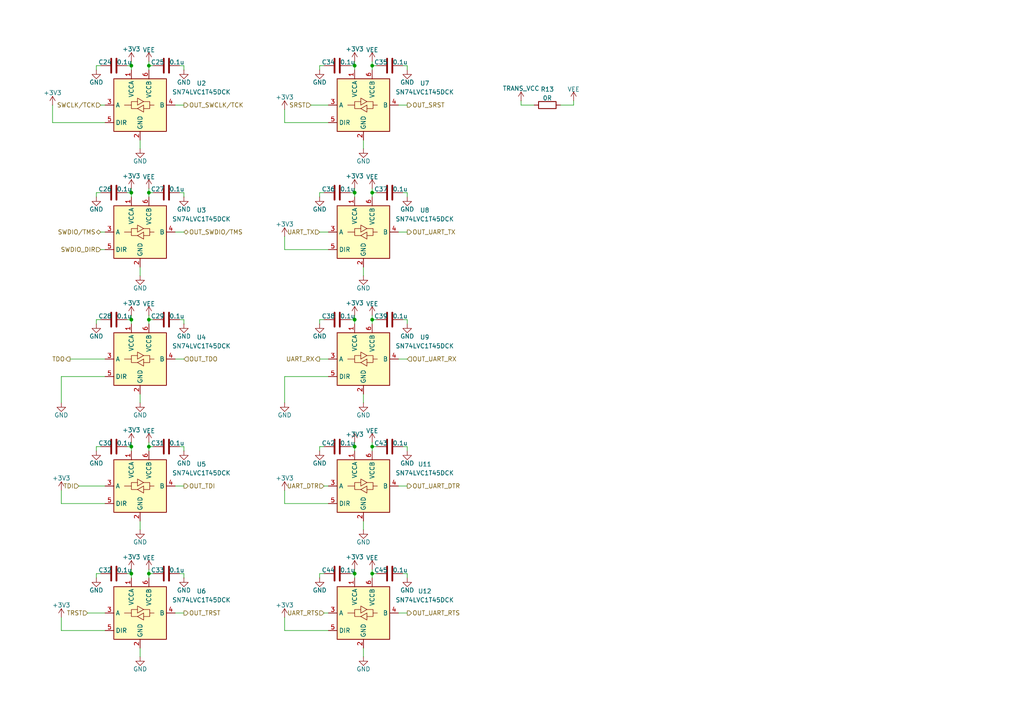
<source format=kicad_sch>
(kicad_sch (version 20231120) (generator "eeschema") (generator_version "8.0")
  (paper "A4")
  (lib_symbols
    (symbol "Device:C" (pin_numbers hide) (pin_names (offset 0.254))
      (property "Reference" "C" (at 0.635 2.54 0))
      (property "Value" "C" (at 0.635 -2.54 0))
      (symbol "C_0_1"
        (polyline (pts (xy -2.032 -0.762) (xy 2.032 -0.762)) (stroke (width 0.508)))
        (polyline (pts (xy -2.032 0.762) (xy 2.032 0.762)) (stroke (width 0.508)))
      )
      (symbol "C_1_1"
        (pin passive line (at 0 3.81 270) (length 2.794) (name "~") (number "1"))
        (pin passive line (at 0 -3.81 90) (length 2.794) (name "~") (number "2"))
      )
    )
    (symbol "Device:R" (pin_numbers hide) (pin_names (offset 0))
      (property "Reference" "R" (at 2.032 0 90))
      (property "Value" "R" (at 0 0 90))
      (symbol "R_0_1"
        (rectangle (start -1.016 -2.54) (end 1.016 2.54) (stroke (width 0.254)))
      )
      (symbol "R_1_1"
        (pin passive line (at 0 3.81 270) (length 1.27) (name "~") (number "1"))
        (pin passive line (at 0 -3.81 90) (length 1.27) (name "~") (number "2"))
      )
    )
    (symbol "Logic_LevelTranslator:SN74LVC1T45DCK"
      (property "Reference" "U" (at -6.35 8.89 0))
      (property "Value" "SN74LVC1T45DCK" (at 3.81 8.89 0))
      (symbol "SN74LVC1T45DCK_0_1"
        (rectangle (start -7.62 7.62) (end 7.62 -7.62) (stroke (width 0.254)) (fill (type background)))
        (polyline (pts (xy -2.54 0) (xy -2.54 1.016) (xy -0.762 1.016)))
        (polyline (pts (xy 2.794 0) (xy 2.794 -1.016) (xy 1.016 -1.016)))
        (polyline (pts (xy -0.762 -1.016) (xy -2.54 -1.016) (xy -2.54 0) (xy -4.572 0)))
        (polyline (pts (xy -0.762 0) (xy -0.762 2.032) (xy 1.016 1.016) (xy -0.762 0)))
        (polyline (pts (xy 1.016 1.016) (xy 2.794 1.016) (xy 2.794 0) (xy 4.064 0)))
        (polyline (pts (xy 1.016 0) (xy 1.016 -1.778) (xy 1.016 -2.032) (xy -0.762 -1.016) (xy 1.016 0)))
      )
      (symbol "SN74LVC1T45DCK_1_1"
        (pin power_in line (at -2.54 10.16 270) (length 2.54) (name "VCCA") (number "1"))
        (pin power_in line (at 0 -10.16 90) (length 2.54) (name "GND") (number "2"))
        (pin bidirectional line (at -10.16 0 0) (length 2.54) (name "A") (number "3"))
        (pin bidirectional line (at 10.16 0 180) (length 2.54) (name "B") (number "4"))
        (pin input line (at -10.16 -5.08 0) (length 2.54) (name "DIR") (number "5"))
        (pin power_in line (at 2.54 10.16 270) (length 2.54) (name "VCCB") (number "6"))
      )
    )
    (symbol "power:+3V3" (power) (pin_numbers hide) (pin_names (offset 0) hide)
      (property "Value" "+3V3" (at 0 3.556 0))
      (symbol "+3V3_0_1"
        (polyline (pts (xy -0.762 1.27) (xy 0 2.54)))
        (polyline (pts (xy 0 0) (xy 0 2.54)))
        (polyline (pts (xy 0 2.54) (xy 0.762 1.27)))
      )
      (symbol "+3V3_1_1"
        (pin power_in line (at 0 0 90) (length 0) (name "~") (number "1"))
      )
    )
    (symbol "power:GND" (power) (pin_numbers hide) (pin_names (offset 0) hide)
      (property "Value" "GND" (at 0 -3.81 0))
      (symbol "GND_0_1"
        (polyline (pts (xy 0 0) (xy 0 -1.27) (xy 1.27 -1.27) (xy 0 -2.54) (xy -1.27 -1.27) (xy 0 -1.27)))
      )
      (symbol "GND_1_1"
        (pin power_in line (at 0 0 270) (length 0) (name "~") (number "1"))
      )
    )
    (symbol "power:VCC" (power) (pin_numbers hide) (pin_names (offset 0) hide)
      (property "Value" "VCC" (at 0 3.556 0))
      (symbol "VCC_0_1"
        (polyline (pts (xy -0.762 1.27) (xy 0 2.54)))
        (polyline (pts (xy 0 0) (xy 0 2.54)))
        (polyline (pts (xy 0 2.54) (xy 0.762 1.27)))
      )
      (symbol "VCC_1_1"
        (pin power_in line (at 0 0 90) (length 0) (name "~") (number "1"))
      )
    )
    (symbol "power:VD" (power) (pin_numbers hide) (pin_names (offset 0) hide)
      (property "Value" "VD" (at 0 3.556 0))
      (symbol "VD_0_1"
        (polyline (pts (xy -0.762 1.27) (xy 0 2.54)))
        (polyline (pts (xy 0 0) (xy 0 2.54)))
        (polyline (pts (xy 0 2.54) (xy 0.762 1.27)))
      )
      (symbol "VD_1_1"
        (pin power_in line (at 0 0 90) (length 0) (name "~") (number "1"))
      )
    )
  )
  (junction (at 102.87 19.05))
  (junction (at 38.1 166.37))
  (junction (at 43.18 19.05))
  (junction (at 107.95 129.54))
  (junction (at 107.95 92.71))
  (junction (at 43.18 92.71))
  (junction (at 102.87 92.71))
  (junction (at 102.87 166.37))
  (junction (at 107.95 166.37))
  (junction (at 38.1 55.88))
  (junction (at 43.18 166.37))
  (junction (at 43.18 129.54))
  (junction (at 107.95 55.88))
  (junction (at 43.18 55.88))
  (junction (at 38.1 92.71))
  (junction (at 107.95 19.05))
  (junction (at 102.87 129.54))
  (junction (at 102.87 55.88))
  (junction (at 38.1 19.05))
  (junction (at 38.1 129.54))
  (wire (pts (xy 29.21 55.88) (xy 27.94 55.88)))
  (wire (pts (xy 118.11 55.88) (xy 118.11 57.15)))
  (wire (pts (xy 107.95 91.44) (xy 107.95 92.71)))
  (wire (pts (xy 43.18 129.54) (xy 43.18 130.81)))
  (wire (pts (xy 116.84 166.37) (xy 118.11 166.37)))
  (wire (pts (xy 107.95 128.27) (xy 107.95 129.54)))
  (wire (pts (xy 102.87 166.37) (xy 102.87 167.64)))
  (wire (pts (xy 82.55 182.88) (xy 95.25 182.88)))
  (wire (pts (xy 92.71 129.54) (xy 92.71 130.81)))
  (wire (pts (xy 43.18 17.78) (xy 43.18 19.05)))
  (wire (pts (xy 43.18 166.37) (xy 43.18 167.64)))
  (wire (pts (xy 52.07 19.05) (xy 53.34 19.05)))
  (wire (pts (xy 115.57 30.48) (xy 118.11 30.48)))
  (wire (pts (xy 107.95 55.88) (xy 109.22 55.88)))
  (wire (pts (xy 27.94 129.54) (xy 27.94 130.81)))
  (wire (pts (xy 82.55 146.05) (xy 95.25 146.05)))
  (wire (pts (xy 53.34 92.71) (xy 53.34 93.98)))
  (wire (pts (xy 102.87 19.05) (xy 102.87 20.32)))
  (wire (pts (xy 82.55 109.22) (xy 95.25 109.22)))
  (wire (pts (xy 43.18 92.71) (xy 43.18 93.98)))
  (wire (pts (xy 101.6 55.88) (xy 102.87 55.88)))
  (wire (pts (xy 115.57 67.31) (xy 118.11 67.31)))
  (wire (pts (xy 105.41 40.64) (xy 105.41 43.18)))
  (wire (pts (xy 17.78 109.22) (xy 17.78 116.84)))
  (wire (pts (xy 27.94 55.88) (xy 27.94 57.15)))
  (wire (pts (xy 53.34 19.05) (xy 53.34 20.32)))
  (wire (pts (xy 82.55 109.22) (xy 82.55 116.84)))
  (wire (pts (xy 43.18 128.27) (xy 43.18 129.54)))
  (wire (pts (xy 116.84 55.88) (xy 118.11 55.88)))
  (wire (pts (xy 107.95 165.1) (xy 107.95 166.37)))
  (wire (pts (xy 93.98 140.97) (xy 95.25 140.97)))
  (wire (pts (xy 101.6 92.71) (xy 102.87 92.71)))
  (wire (pts (xy 38.1 55.88) (xy 38.1 57.15)))
  (wire (pts (xy 52.07 129.54) (xy 53.34 129.54)))
  (wire (pts (xy 43.18 54.61) (xy 43.18 55.88)))
  (wire (pts (xy 38.1 165.1) (xy 38.1 166.37)))
  (wire (pts (xy 36.83 166.37) (xy 38.1 166.37)))
  (wire (pts (xy 17.78 179.07) (xy 17.78 182.88)))
  (wire (pts (xy 115.57 140.97) (xy 118.11 140.97)))
  (wire (pts (xy 102.87 129.54) (xy 102.87 130.81)))
  (wire (pts (xy 43.18 165.1) (xy 43.18 166.37)))
  (wire (pts (xy 93.98 177.8) (xy 95.25 177.8)))
  (wire (pts (xy 27.94 166.37) (xy 27.94 167.64)))
  (wire (pts (xy 93.98 55.88) (xy 92.71 55.88)))
  (wire (pts (xy 50.8 30.48) (xy 53.34 30.48)))
  (wire (pts (xy 102.87 17.78) (xy 102.87 19.05)))
  (wire (pts (xy 36.83 92.71) (xy 38.1 92.71)))
  (wire (pts (xy 118.11 92.71) (xy 118.11 93.98)))
  (wire (pts (xy 102.87 128.27) (xy 102.87 129.54)))
  (wire (pts (xy 102.87 55.88) (xy 102.87 57.15)))
  (wire (pts (xy 166.37 30.48) (xy 162.56 30.48)))
  (wire (pts (xy 38.1 166.37) (xy 38.1 167.64)))
  (wire (pts (xy 50.8 140.97) (xy 53.34 140.97)))
  (wire (pts (xy 38.1 128.27) (xy 38.1 129.54)))
  (wire (pts (xy 43.18 19.05) (xy 44.45 19.05)))
  (wire (pts (xy 118.11 19.05) (xy 118.11 20.32)))
  (wire (pts (xy 38.1 91.44) (xy 38.1 92.71)))
  (wire (pts (xy 107.95 19.05) (xy 109.22 19.05)))
  (wire (pts (xy 101.6 129.54) (xy 102.87 129.54)))
  (wire (pts (xy 115.57 177.8) (xy 118.11 177.8)))
  (wire (pts (xy 116.84 19.05) (xy 118.11 19.05)))
  (wire (pts (xy 105.41 114.3) (xy 105.41 116.84)))
  (wire (pts (xy 107.95 92.71) (xy 107.95 93.98)))
  (wire (pts (xy 116.84 92.71) (xy 118.11 92.71)))
  (wire (pts (xy 52.07 55.88) (xy 53.34 55.88)))
  (wire (pts (xy 52.07 166.37) (xy 53.34 166.37)))
  (wire (pts (xy 17.78 182.88) (xy 30.48 182.88)))
  (wire (pts (xy 36.83 129.54) (xy 38.1 129.54)))
  (wire (pts (xy 92.71 92.71) (xy 92.71 93.98)))
  (wire (pts (xy 82.55 35.56) (xy 95.25 35.56)))
  (wire (pts (xy 93.98 19.05) (xy 92.71 19.05)))
  (wire (pts (xy 36.83 19.05) (xy 38.1 19.05)))
  (wire (pts (xy 43.18 91.44) (xy 43.18 92.71)))
  (wire (pts (xy 40.64 114.3) (xy 40.64 116.84)))
  (wire (pts (xy 82.55 72.39) (xy 95.25 72.39)))
  (wire (pts (xy 27.94 19.05) (xy 27.94 20.32)))
  (wire (pts (xy 107.95 166.37) (xy 107.95 167.64)))
  (wire (pts (xy 38.1 129.54) (xy 38.1 130.81)))
  (wire (pts (xy 17.78 146.05) (xy 30.48 146.05)))
  (wire (pts (xy 151.13 29.21) (xy 151.13 30.48)))
  (wire (pts (xy 38.1 54.61) (xy 38.1 55.88)))
  (wire (pts (xy 107.95 166.37) (xy 109.22 166.37)))
  (wire (pts (xy 43.18 19.05) (xy 43.18 20.32)))
  (wire (pts (xy 93.98 92.71) (xy 92.71 92.71)))
  (wire (pts (xy 107.95 129.54) (xy 107.95 130.81)))
  (wire (pts (xy 82.55 31.75) (xy 82.55 35.56)))
  (wire (pts (xy 118.11 129.54) (xy 118.11 130.81)))
  (wire (pts (xy 15.24 30.48) (xy 15.24 35.56)))
  (wire (pts (xy 92.71 19.05) (xy 92.71 20.32)))
  (wire (pts (xy 53.34 55.88) (xy 53.34 57.15)))
  (wire (pts (xy 82.55 68.58) (xy 82.55 72.39)))
  (wire (pts (xy 40.64 40.64) (xy 40.64 43.18)))
  (wire (pts (xy 82.55 142.24) (xy 82.55 146.05)))
  (wire (pts (xy 102.87 92.71) (xy 102.87 93.98)))
  (wire (pts (xy 15.24 35.56) (xy 30.48 35.56)))
  (wire (pts (xy 22.86 140.97) (xy 30.48 140.97)))
  (wire (pts (xy 50.8 177.8) (xy 53.34 177.8)))
  (wire (pts (xy 43.18 129.54) (xy 44.45 129.54)))
  (wire (pts (xy 20.32 104.14) (xy 30.48 104.14)))
  (wire (pts (xy 29.21 72.39) (xy 30.48 72.39)))
  (wire (pts (xy 29.21 92.71) (xy 27.94 92.71)))
  (wire (pts (xy 38.1 19.05) (xy 38.1 20.32)))
  (wire (pts (xy 82.55 179.07) (xy 82.55 182.88)))
  (wire (pts (xy 53.34 166.37) (xy 53.34 167.64)))
  (wire (pts (xy 107.95 129.54) (xy 109.22 129.54)))
  (wire (pts (xy 102.87 91.44) (xy 102.87 92.71)))
  (wire (pts (xy 101.6 19.05) (xy 102.87 19.05)))
  (wire (pts (xy 25.4 177.8) (xy 30.48 177.8)))
  (wire (pts (xy 40.64 187.96) (xy 40.64 190.5)))
  (wire (pts (xy 102.87 165.1) (xy 102.87 166.37)))
  (wire (pts (xy 115.57 104.14) (xy 118.11 104.14)))
  (wire (pts (xy 102.87 54.61) (xy 102.87 55.88)))
  (wire (pts (xy 107.95 92.71) (xy 109.22 92.71)))
  (wire (pts (xy 93.98 166.37) (xy 92.71 166.37)))
  (wire (pts (xy 43.18 55.88) (xy 43.18 57.15)))
  (wire (pts (xy 107.95 17.78) (xy 107.95 19.05)))
  (wire (pts (xy 92.71 67.31) (xy 95.25 67.31)))
  (wire (pts (xy 50.8 104.14) (xy 53.34 104.14)))
  (wire (pts (xy 43.18 166.37) (xy 44.45 166.37)))
  (wire (pts (xy 93.98 129.54) (xy 92.71 129.54)))
  (wire (pts (xy 92.71 104.14) (xy 95.25 104.14)))
  (wire (pts (xy 27.94 92.71) (xy 27.94 93.98)))
  (wire (pts (xy 17.78 142.24) (xy 17.78 146.05)))
  (wire (pts (xy 52.07 92.71) (xy 53.34 92.71)))
  (wire (pts (xy 107.95 55.88) (xy 107.95 57.15)))
  (wire (pts (xy 105.41 151.13) (xy 105.41 153.67)))
  (wire (pts (xy 50.8 67.31) (xy 53.34 67.31)))
  (wire (pts (xy 92.71 55.88) (xy 92.71 57.15)))
  (wire (pts (xy 29.21 19.05) (xy 27.94 19.05)))
  (wire (pts (xy 36.83 55.88) (xy 38.1 55.88)))
  (wire (pts (xy 105.41 187.96) (xy 105.41 190.5)))
  (wire (pts (xy 166.37 29.21) (xy 166.37 30.48)))
  (wire (pts (xy 43.18 55.88) (xy 44.45 55.88)))
  (wire (pts (xy 17.78 109.22) (xy 30.48 109.22)))
  (wire (pts (xy 116.84 129.54) (xy 118.11 129.54)))
  (wire (pts (xy 40.64 151.13) (xy 40.64 153.67)))
  (wire (pts (xy 53.34 129.54) (xy 53.34 130.81)))
  (wire (pts (xy 105.41 77.47) (xy 105.41 80.01)))
  (wire (pts (xy 101.6 166.37) (xy 102.87 166.37)))
  (wire (pts (xy 29.21 67.31) (xy 30.48 67.31)))
  (wire (pts (xy 90.17 30.48) (xy 95.25 30.48)))
  (wire (pts (xy 154.94 30.48) (xy 151.13 30.48)))
  (wire (pts (xy 38.1 17.78) (xy 38.1 19.05)))
  (wire (pts (xy 118.11 166.37) (xy 118.11 167.64)))
  (wire (pts (xy 29.21 166.37) (xy 27.94 166.37)))
  (wire (pts (xy 38.1 92.71) (xy 38.1 93.98)))
  (wire (pts (xy 107.95 19.05) (xy 107.95 20.32)))
  (wire (pts (xy 29.21 129.54) (xy 27.94 129.54)))
  (wire (pts (xy 107.95 54.61) (xy 107.95 55.88)))
  (wire (pts (xy 40.64 77.47) (xy 40.64 80.01)))
  (wire (pts (xy 29.21 30.48) (xy 30.48 30.48)))
  (wire (pts (xy 43.18 92.71) (xy 44.45 92.71)))
  (wire (pts (xy 92.71 166.37) (xy 92.71 167.64)))
  (hierarchical_label "OUT_SRST" (shape output) (at 118.11 30.48 0))
  (hierarchical_label "OUT_TDO" (shape input) (at 53.34 104.14 0))
  (hierarchical_label "SWCLK{slash}TCK" (shape input) (at 29.21 30.48 180))
  (hierarchical_label "OUT_UART_RX" (shape input) (at 118.11 104.14 0))
  (hierarchical_label "TDO" (shape output) (at 20.32 104.14 180))
  (hierarchical_label "OUT_TDI" (shape output) (at 53.34 140.97 0))
  (hierarchical_label "OUT_UART_RTS" (shape output) (at 118.11 177.8 0))
  (hierarchical_label "OUT_UART_DTR" (shape output) (at 118.11 140.97 0))
  (hierarchical_label "SWDIO{slash}TMS" (shape bidirectional) (at 29.21 67.31 180))
  (hierarchical_label "SRST" (shape input) (at 90.17 30.48 180))
  (hierarchical_label "OUT_TRST" (shape output) (at 53.34 177.8 0))
  (hierarchical_label "TRST" (shape input) (at 25.4 177.8 180))
  (hierarchical_label "UART_TX" (shape input) (at 92.71 67.31 180))
  (hierarchical_label "UART_RTS" (shape input) (at 93.98 177.8 180))
  (hierarchical_label "UART_RX" (shape output) (at 92.71 104.14 180))
  (hierarchical_label "OUT_UART_TX" (shape output) (at 118.11 67.31 0))
  (hierarchical_label "OUT_SWDIO{slash}TMS" (shape bidirectional) (at 53.34 67.31 0))
  (hierarchical_label "SWDIO_DIR" (shape input) (at 29.21 72.39 180))
  (hierarchical_label "OUT_SWCLK{slash}TCK" (shape output) (at 53.34 30.48 0))
  (hierarchical_label "UART_DTR" (shape input) (at 93.98 140.97 180))
  (hierarchical_label "TDI" (shape input) (at 22.86 140.97 180))
  (symbol (lib_id "power:GND") (at 92.71 167.64 0) (unit 1)
    (property "Reference" "#PWR081" (effects (hide yes)))
    (property "Value" "GND" (at 92.71 171.196 0))
    (property "Description" "Power symbol creates a global label with name \"GND\" , ground" (effects (hide yes)))
  )
  (symbol (lib_id "power:VD") (at 43.18 165.1 0) (unit 1)
    (property "Reference" "#PWR044" (effects (hide yes)))
    (property "Value" "VEE" (at 43.18 161.798 0))
    (property "Description" "Power symbol creates a global label with name \"VD\"" (effects (hide yes)))
  )
  (symbol (lib_id "power:GND") (at 27.94 20.32 0) (unit 1)
    (property "Reference" "#PWR022" (effects (hide yes)))
    (property "Value" "GND" (at 27.94 23.876 0))
    (property "Description" "Power symbol creates a global label with name \"GND\" , ground" (effects (hide yes)))
  )
  (symbol (lib_id "power:GND") (at 40.64 190.5 0) (unit 1)
    (property "Reference" "#PWR048" (effects (hide yes)))
    (property "Value" "GND" (at 40.64 194.056 0))
    (property "Description" "Power symbol creates a global label with name \"GND\" , ground" (effects (hide yes)))
  )
  (symbol (lib_id "Device:C") (at 97.79 19.05 90) (unit 1)
    (property "Reference" "C34" (at 95.25 18.034 90))
    (property "Value" "0.1u" (at 100.838 18.034 90))
    (property "Footprint" "Capacitor_SMD:C_0402_1005Metric" (effects (hide yes)))
    (property "Description" "Unpolarized capacitor" (effects (hide yes)))
  )
  (symbol (lib_id "power:GND") (at 27.94 57.15 0) (unit 1)
    (property "Reference" "#PWR028" (effects (hide yes)))
    (property "Value" "GND" (at 27.94 60.706 0))
    (property "Description" "Power symbol creates a global label with name \"GND\" , ground" (effects (hide yes)))
  )
  (symbol (lib_id "power:GND") (at 27.94 93.98 0) (unit 1)
    (property "Reference" "#PWR033" (effects (hide yes)))
    (property "Value" "GND" (at 27.94 97.536 0))
    (property "Description" "Power symbol creates a global label with name \"GND\" , ground" (effects (hide yes)))
  )
  (symbol (lib_id "power:+3V3") (at 102.87 165.1 0) (unit 1)
    (property "Reference" "#PWR079" (effects (hide yes)))
    (property "Value" "+3V3" (at 102.87 161.544 0))
    (property "Description" "Power symbol creates a global label with name \"+3V3\"" (effects (hide yes)))
  )
  (symbol (lib_id "Device:C") (at 33.02 129.54 90) (unit 1)
    (property "Reference" "C30" (at 30.48 128.524 90))
    (property "Value" "0.1u" (at 36.068 128.524 90))
    (property "Footprint" "Capacitor_SMD:C_0402_1005Metric" (effects (hide yes)))
    (property "Description" "Unpolarized capacitor" (effects (hide yes)))
  )
  (symbol (lib_id "Device:C") (at 113.03 92.71 90) (unit 1)
    (property "Reference" "C39" (at 110.49 91.694 90))
    (property "Value" "0.1u" (at 116.078 91.694 90))
    (property "Footprint" "Capacitor_SMD:C_0402_1005Metric" (effects (hide yes)))
    (property "Description" "Unpolarized capacitor" (effects (hide yes)))
  )
  (symbol (lib_id "power:VD") (at 43.18 91.44 0) (unit 1)
    (property "Reference" "#PWR032" (effects (hide yes)))
    (property "Value" "VEE" (at 43.18 88.138 0))
    (property "Description" "Power symbol creates a global label with name \"VD\"" (effects (hide yes)))
  )
  (symbol (lib_id "power:GND") (at 40.64 80.01 0) (unit 1)
    (property "Reference" "#PWR030" (effects (hide yes)))
    (property "Value" "GND" (at 40.64 83.566 0))
    (property "Description" "Power symbol creates a global label with name \"GND\" , ground" (effects (hide yes)))
  )
  (symbol (lib_id "power:VD") (at 107.95 17.78 0) (unit 1)
    (property "Reference" "#PWR050" (effects (hide yes)))
    (property "Value" "VEE" (at 107.95 14.478 0))
    (property "Description" "Power symbol creates a global label with name \"VD\"" (effects (hide yes)))
  )
  (symbol (lib_id "Device:C") (at 33.02 55.88 90) (unit 1)
    (property "Reference" "C26" (at 30.48 54.864 90))
    (property "Value" "0.1u" (at 36.068 54.864 90))
    (property "Footprint" "Capacitor_SMD:C_0402_1005Metric" (effects (hide yes)))
    (property "Description" "Unpolarized capacitor" (effects (hide yes)))
  )
  (symbol (lib_id "power:+3V3") (at 38.1 17.78 0) (unit 1)
    (property "Reference" "#PWR018" (effects (hide yes)))
    (property "Value" "+3V3" (at 38.1 14.224 0))
    (property "Description" "Power symbol creates a global label with name \"+3V3\"" (effects (hide yes)))
  )
  (symbol (lib_id "power:GND") (at 118.11 57.15 0) (unit 1)
    (property "Reference" "#PWR058" (effects (hide yes)))
    (property "Value" "GND" (at 118.11 60.706 0))
    (property "Description" "Power symbol creates a global label with name \"GND\" , ground" (effects (hide yes)))
  )
  (symbol (lib_id "power:GND") (at 40.64 153.67 0) (unit 1)
    (property "Reference" "#PWR042" (effects (hide yes)))
    (property "Value" "GND" (at 40.64 157.226 0))
    (property "Description" "Power symbol creates a global label with name \"GND\" , ground" (effects (hide yes)))
  )
  (symbol (lib_id "power:VD") (at 43.18 17.78 0) (unit 1)
    (property "Reference" "#PWR019" (effects (hide yes)))
    (property "Value" "VEE" (at 43.18 14.478 0))
    (property "Description" "Power symbol creates a global label with name \"VD\"" (effects (hide yes)))
  )
  (symbol (lib_id "Device:C") (at 33.02 19.05 90) (unit 1)
    (property "Reference" "C24" (at 30.48 18.034 90))
    (property "Value" "0.1u" (at 36.068 18.034 90))
    (property "Footprint" "Capacitor_SMD:C_0402_1005Metric" (effects (hide yes)))
    (property "Description" "Unpolarized capacitor" (effects (hide yes)))
  )
  (symbol (lib_id "power:GND") (at 53.34 167.64 0) (unit 1)
    (property "Reference" "#PWR046" (effects (hide yes)))
    (property "Value" "GND" (at 53.34 171.196 0))
    (property "Description" "Power symbol creates a global label with name \"GND\" , ground" (effects (hide yes)))
  )
  (symbol (lib_id "power:VD") (at 107.95 54.61 0) (unit 1)
    (property "Reference" "#PWR056" (effects (hide yes)))
    (property "Value" "VEE" (at 107.95 51.308 0))
    (property "Description" "Power symbol creates a global label with name \"VD\"" (effects (hide yes)))
  )
  (symbol (lib_id "power:GND") (at 40.64 43.18 0) (unit 1)
    (property "Reference" "#PWR025" (effects (hide yes)))
    (property "Value" "GND" (at 40.64 46.736 0))
    (property "Description" "Power symbol creates a global label with name \"GND\" , ground" (effects (hide yes)))
  )
  (symbol (lib_id "Device:C") (at 48.26 55.88 90) (unit 1)
    (property "Reference" "C27" (at 45.72 54.864 90))
    (property "Value" "0.1u" (at 51.308 54.864 90))
    (property "Footprint" "Capacitor_SMD:C_0402_1005Metric" (effects (hide yes)))
    (property "Description" "Unpolarized capacitor" (effects (hide yes)))
  )
  (symbol (lib_id "power:VD") (at 107.95 165.1 0) (unit 1)
    (property "Reference" "#PWR080" (effects (hide yes)))
    (property "Value" "VEE" (at 107.95 161.798 0))
    (property "Description" "Power symbol creates a global label with name \"VD\"" (effects (hide yes)))
  )
  (symbol (lib_id "power:GND") (at 53.34 20.32 0) (unit 1)
    (property "Reference" "#PWR023" (effects (hide yes)))
    (property "Value" "GND" (at 53.34 23.876 0))
    (property "Description" "Power symbol creates a global label with name \"GND\" , ground" (effects (hide yes)))
  )
  (symbol (lib_id "Logic_LevelTranslator:SN74LVC1T45DCK") (at 105.41 67.31 0) (unit 1)
    (property "Reference" "U8" (at 123.19 60.9914 0))
    (property "Value" "SN74LVC1T45DCK" (at 123.19 63.5314 0))
    (property "Footprint" "Package_TO_SOT_SMD:SOT-363_SC-70-6" (effects (hide yes)))
    (property "Datasheet" "http://www.ti.com/lit/ds/symlink/sn74lvc1t45.pdf" (effects (hide yes)))
    (property "Description" "Single-Bit Dual-Supply Bus Transceiver With Configurable Voltage Translation and 3-State Outputs, SOT-363" (effects (hide yes)))
  )
  (symbol (lib_id "power:+3V3") (at 102.87 128.27 0) (unit 1)
    (property "Reference" "#PWR073" (effects (hide yes)))
    (property "Value" "+3V3" (at 102.87 125.984 0))
    (property "Description" "Power symbol creates a global label with name \"+3V3\"" (effects (hide yes)))
  )
  (symbol (lib_id "power:GND") (at 27.94 130.81 0) (unit 1)
    (property "Reference" "#PWR039" (effects (hide yes)))
    (property "Value" "GND" (at 27.94 134.366 0))
    (property "Description" "Power symbol creates a global label with name \"GND\" , ground" (effects (hide yes)))
  )
  (symbol (lib_id "Device:C") (at 48.26 92.71 90) (unit 1)
    (property "Reference" "C29" (at 45.72 91.694 90))
    (property "Value" "0.1u" (at 51.308 91.694 90))
    (property "Footprint" "Capacitor_SMD:C_0402_1005Metric" (effects (hide yes)))
    (property "Description" "Unpolarized capacitor" (effects (hide yes)))
  )
  (symbol (lib_id "power:+3V3") (at 15.24 30.48 0) (unit 1)
    (property "Reference" "#PWR024" (effects (hide yes)))
    (property "Value" "+3V3" (at 15.24 26.924 0))
    (property "Description" "Power symbol creates a global label with name \"+3V3\"" (effects (hide yes)))
  )
  (symbol (lib_id "power:GND") (at 92.71 130.81 0) (unit 1)
    (property "Reference" "#PWR075" (effects (hide yes)))
    (property "Value" "GND" (at 92.71 134.366 0))
    (property "Description" "Power symbol creates a global label with name \"GND\" , ground" (effects (hide yes)))
  )
  (symbol (lib_id "power:GND") (at 118.11 130.81 0) (unit 1)
    (property "Reference" "#PWR076" (effects (hide yes)))
    (property "Value" "GND" (at 118.11 134.366 0))
    (property "Description" "Power symbol creates a global label with name \"GND\" , ground" (effects (hide yes)))
  )
  (symbol (lib_id "power:GND") (at 82.55 116.84 0) (unit 1)
    (property "Reference" "#PWR071" (effects (hide yes)))
    (property "Value" "GND" (at 82.55 120.396 0))
    (property "Description" "Power symbol creates a global label with name \"GND\" , ground" (effects (hide yes)))
  )
  (symbol (lib_id "power:GND") (at 92.71 20.32 0) (unit 1)
    (property "Reference" "#PWR051" (effects (hide yes)))
    (property "Value" "GND" (at 92.71 23.876 0))
    (property "Description" "Power symbol creates a global label with name \"GND\" , ground" (effects (hide yes)))
  )
  (symbol (lib_id "Logic_LevelTranslator:SN74LVC1T45DCK") (at 40.64 104.14 0) (unit 1)
    (property "Reference" "U4" (at 58.42 97.8214 0))
    (property "Value" "SN74LVC1T45DCK" (at 58.42 100.3614 0))
    (property "Footprint" "Package_TO_SOT_SMD:SOT-363_SC-70-6" (effects (hide yes)))
    (property "Datasheet" "http://www.ti.com/lit/ds/symlink/sn74lvc1t45.pdf" (effects (hide yes)))
    (property "Description" "Single-Bit Dual-Supply Bus Transceiver With Configurable Voltage Translation and 3-State Outputs, SOT-363" (effects (hide yes)))
  )
  (symbol (lib_id "Logic_LevelTranslator:SN74LVC1T45DCK") (at 40.64 140.97 0) (unit 1)
    (property "Reference" "U5" (at 58.42 134.6514 0))
    (property "Value" "SN74LVC1T45DCK" (at 58.42 137.1914 0))
    (property "Footprint" "Package_TO_SOT_SMD:SOT-363_SC-70-6" (effects (hide yes)))
    (property "Datasheet" "http://www.ti.com/lit/ds/symlink/sn74lvc1t45.pdf" (effects (hide yes)))
    (property "Description" "Single-Bit Dual-Supply Bus Transceiver With Configurable Voltage Translation and 3-State Outputs, SOT-363" (effects (hide yes)))
  )
  (symbol (lib_id "Device:C") (at 33.02 92.71 90) (unit 1)
    (property "Reference" "C28" (at 30.48 91.694 90))
    (property "Value" "0.1u" (at 36.068 91.694 90))
    (property "Footprint" "Capacitor_SMD:C_0402_1005Metric" (effects (hide yes)))
    (property "Description" "Unpolarized capacitor" (effects (hide yes)))
  )
  (symbol (lib_id "Logic_LevelTranslator:SN74LVC1T45DCK") (at 105.41 140.97 0) (unit 1)
    (property "Reference" "U11" (at 123.19 134.6514 0))
    (property "Value" "SN74LVC1T45DCK" (at 123.19 137.1914 0))
    (property "Footprint" "Package_TO_SOT_SMD:SOT-363_SC-70-6" (effects (hide yes)))
    (property "Datasheet" "http://www.ti.com/lit/ds/symlink/sn74lvc1t45.pdf" (effects (hide yes)))
    (property "Description" "Single-Bit Dual-Supply Bus Transceiver With Configurable Voltage Translation and 3-State Outputs, SOT-363" (effects (hide yes)))
  )
  (symbol (lib_id "Logic_LevelTranslator:SN74LVC1T45DCK") (at 105.41 30.48 0) (unit 1)
    (property "Reference" "U7" (at 123.19 24.1614 0))
    (property "Value" "SN74LVC1T45DCK" (at 123.19 26.7014 0))
    (property "Footprint" "Package_TO_SOT_SMD:SOT-363_SC-70-6" (effects (hide yes)))
    (property "Datasheet" "http://www.ti.com/lit/ds/symlink/sn74lvc1t45.pdf" (effects (hide yes)))
    (property "Description" "Single-Bit Dual-Supply Bus Transceiver With Configurable Voltage Translation and 3-State Outputs, SOT-363" (effects (hide yes)))
  )
  (symbol (lib_id "power:VD") (at 107.95 128.27 0) (unit 1)
    (property "Reference" "#PWR074" (effects (hide yes)))
    (property "Value" "VEE" (at 107.95 124.968 0))
    (property "Description" "Power symbol creates a global label with name \"VD\"" (effects (hide yes)))
  )
  (symbol (lib_id "power:VD") (at 107.95 91.44 0) (unit 1)
    (property "Reference" "#PWR062" (effects (hide yes)))
    (property "Value" "VEE" (at 107.95 88.138 0))
    (property "Description" "Power symbol creates a global label with name \"VD\"" (effects (hide yes)))
  )
  (symbol (lib_id "power:+3V3") (at 102.87 54.61 0) (unit 1)
    (property "Reference" "#PWR055" (effects (hide yes)))
    (property "Value" "+3V3" (at 102.87 51.054 0))
    (property "Description" "Power symbol creates a global label with name \"+3V3\"" (effects (hide yes)))
  )
  (symbol (lib_id "power:+3V3") (at 102.87 17.78 0) (unit 1)
    (property "Reference" "#PWR049" (effects (hide yes)))
    (property "Value" "+3V3" (at 102.87 14.224 0))
    (property "Description" "Power symbol creates a global label with name \"+3V3\"" (effects (hide yes)))
  )
  (symbol (lib_id "Device:C") (at 97.79 129.54 90) (unit 1)
    (property "Reference" "C42" (at 95.25 128.524 90))
    (property "Value" "0.1u" (at 100.838 128.524 90))
    (property "Footprint" "Capacitor_SMD:C_0402_1005Metric" (effects (hide yes)))
    (property "Description" "Unpolarized capacitor" (effects (hide yes)))
  )
  (symbol (lib_id "power:GND") (at 105.41 153.67 0) (unit 1)
    (property "Reference" "#PWR078" (effects (hide yes)))
    (property "Value" "GND" (at 105.41 157.226 0))
    (property "Description" "Power symbol creates a global label with name \"GND\" , ground" (effects (hide yes)))
  )
  (symbol (lib_id "power:GND") (at 40.64 116.84 0) (unit 1)
    (property "Reference" "#PWR036" (effects (hide yes)))
    (property "Value" "GND" (at 40.64 120.396 0))
    (property "Description" "Power symbol creates a global label with name \"GND\" , ground" (effects (hide yes)))
  )
  (symbol (lib_id "Logic_LevelTranslator:SN74LVC1T45DCK") (at 40.64 177.8 0) (unit 1)
    (property "Reference" "U6" (at 58.42 171.4814 0))
    (property "Value" "SN74LVC1T45DCK" (at 58.42 174.0214 0))
    (property "Footprint" "Package_TO_SOT_SMD:SOT-363_SC-70-6" (effects (hide yes)))
    (property "Datasheet" "http://www.ti.com/lit/ds/symlink/sn74lvc1t45.pdf" (effects (hide yes)))
    (property "Description" "Single-Bit Dual-Supply Bus Transceiver With Configurable Voltage Translation and 3-State Outputs, SOT-363" (effects (hide yes)))
  )
  (symbol (lib_id "power:GND") (at 105.41 116.84 0) (unit 1)
    (property "Reference" "#PWR072" (effects (hide yes)))
    (property "Value" "GND" (at 105.41 120.396 0))
    (property "Description" "Power symbol creates a global label with name \"GND\" , ground" (effects (hide yes)))
  )
  (symbol (lib_id "power:GND") (at 118.11 20.32 0) (unit 1)
    (property "Reference" "#PWR052" (effects (hide yes)))
    (property "Value" "GND" (at 118.11 23.876 0))
    (property "Description" "Power symbol creates a global label with name \"GND\" , ground" (effects (hide yes)))
  )
  (symbol (lib_id "power:+3V3") (at 82.55 142.24 0) (unit 1)
    (property "Reference" "#PWR077" (effects (hide yes)))
    (property "Value" "+3V3" (at 82.55 138.684 0))
    (property "Description" "Power symbol creates a global label with name \"+3V3\"" (effects (hide yes)))
  )
  (symbol (lib_id "Device:C") (at 48.26 19.05 90) (unit 1)
    (property "Reference" "C25" (at 45.72 18.034 90))
    (property "Value" "0.1u" (at 51.308 18.034 90))
    (property "Footprint" "Capacitor_SMD:C_0402_1005Metric" (effects (hide yes)))
    (property "Description" "Unpolarized capacitor" (effects (hide yes)))
  )
  (symbol (lib_id "power:+3V3") (at 82.55 68.58 0) (unit 1)
    (property "Reference" "#PWR059" (effects (hide yes)))
    (property "Value" "+3V3" (at 82.55 65.024 0))
    (property "Description" "Power symbol creates a global label with name \"+3V3\"" (effects (hide yes)))
  )
  (symbol (lib_id "power:VD") (at 43.18 128.27 0) (unit 1)
    (property "Reference" "#PWR038" (effects (hide yes)))
    (property "Value" "VEE" (at 43.18 124.968 0))
    (property "Description" "Power symbol creates a global label with name \"VD\"" (effects (hide yes)))
  )
  (symbol (lib_id "Device:C") (at 113.03 166.37 90) (unit 1)
    (property "Reference" "C45" (at 110.49 165.354 90))
    (property "Value" "0.1u" (at 116.078 165.354 90))
    (property "Footprint" "Capacitor_SMD:C_0402_1005Metric" (effects (hide yes)))
    (property "Description" "Unpolarized capacitor" (effects (hide yes)))
  )
  (symbol (lib_id "power:GND") (at 105.41 80.01 0) (unit 1)
    (property "Reference" "#PWR060" (effects (hide yes)))
    (property "Value" "GND" (at 105.41 83.566 0))
    (property "Description" "Power symbol creates a global label with name \"GND\" , ground" (effects (hide yes)))
  )
  (symbol (lib_id "Logic_LevelTranslator:SN74LVC1T45DCK") (at 105.41 104.14 0) (unit 1)
    (property "Reference" "U9" (at 123.19 97.8214 0))
    (property "Value" "SN74LVC1T45DCK" (at 123.19 100.3614 0))
    (property "Footprint" "Package_TO_SOT_SMD:SOT-363_SC-70-6" (effects (hide yes)))
    (property "Datasheet" "http://www.ti.com/lit/ds/symlink/sn74lvc1t45.pdf" (effects (hide yes)))
    (property "Description" "Single-Bit Dual-Supply Bus Transceiver With Configurable Voltage Translation and 3-State Outputs, SOT-363" (effects (hide yes)))
  )
  (symbol (lib_id "Device:C") (at 113.03 19.05 90) (unit 1)
    (property "Reference" "C35" (at 110.49 18.034 90))
    (property "Value" "0.1u" (at 116.078 18.034 90))
    (property "Footprint" "Capacitor_SMD:C_0402_1005Metric" (effects (hide yes)))
    (property "Description" "Unpolarized capacitor" (effects (hide yes)))
  )
  (symbol (lib_id "power:GND") (at 118.11 93.98 0) (unit 1)
    (property "Reference" "#PWR064" (effects (hide yes)))
    (property "Value" "GND" (at 118.11 97.536 0))
    (property "Description" "Power symbol creates a global label with name \"GND\" , ground" (effects (hide yes)))
  )
  (symbol (lib_id "power:GND") (at 105.41 190.5 0) (unit 1)
    (property "Reference" "#PWR097" (effects (hide yes)))
    (property "Value" "GND" (at 105.41 194.056 0))
    (property "Description" "Power symbol creates a global label with name \"GND\" , ground" (effects (hide yes)))
  )
  (symbol (lib_id "power:+3V3") (at 38.1 128.27 0) (unit 1)
    (property "Reference" "#PWR037" (effects (hide yes)))
    (property "Value" "+3V3" (at 38.1 124.714 0))
    (property "Description" "Power symbol creates a global label with name \"+3V3\"" (effects (hide yes)))
  )
  (symbol (lib_id "power:GND") (at 53.34 57.15 0) (unit 1)
    (property "Reference" "#PWR029" (effects (hide yes)))
    (property "Value" "GND" (at 53.34 60.706 0))
    (property "Description" "Power symbol creates a global label with name \"GND\" , ground" (effects (hide yes)))
  )
  (symbol (lib_id "power:+3V3") (at 82.55 31.75 0) (unit 1)
    (property "Reference" "#PWR053" (effects (hide yes)))
    (property "Value" "+3V3" (at 82.55 28.194 0))
    (property "Description" "Power symbol creates a global label with name \"+3V3\"" (effects (hide yes)))
  )
  (symbol (lib_id "Device:C") (at 97.79 166.37 90) (unit 1)
    (property "Reference" "C44" (at 95.25 165.354 90))
    (property "Value" "0.1u" (at 100.838 165.354 90))
    (property "Footprint" "Capacitor_SMD:C_0402_1005Metric" (effects (hide yes)))
    (property "Description" "Unpolarized capacitor" (effects (hide yes)))
  )
  (symbol (lib_id "Device:C") (at 97.79 92.71 90) (unit 1)
    (property "Reference" "C38" (at 95.25 91.694 90))
    (property "Value" "0.1u" (at 100.838 91.694 90))
    (property "Footprint" "Capacitor_SMD:C_0402_1005Metric" (effects (hide yes)))
    (property "Description" "Unpolarized capacitor" (effects (hide yes)))
  )
  (symbol (lib_id "power:GND") (at 92.71 93.98 0) (unit 1)
    (property "Reference" "#PWR063" (effects (hide yes)))
    (property "Value" "GND" (at 92.71 97.536 0))
    (property "Description" "Power symbol creates a global label with name \"GND\" , ground" (effects (hide yes)))
  )
  (symbol (lib_id "Logic_LevelTranslator:SN74LVC1T45DCK") (at 40.64 67.31 0) (unit 1)
    (property "Reference" "U3" (at 58.42 60.9914 0))
    (property "Value" "SN74LVC1T45DCK" (at 58.42 63.5314 0))
    (property "Footprint" "Package_TO_SOT_SMD:SOT-363_SC-70-6" (effects (hide yes)))
    (property "Datasheet" "http://www.ti.com/lit/ds/symlink/sn74lvc1t45.pdf" (effects (hide yes)))
    (property "Description" "Single-Bit Dual-Supply Bus Transceiver With Configurable Voltage Translation and 3-State Outputs, SOT-363" (effects (hide yes)))
  )
  (symbol (lib_id "power:GND") (at 92.71 57.15 0) (unit 1)
    (property "Reference" "#PWR057" (effects (hide yes)))
    (property "Value" "GND" (at 92.71 60.706 0))
    (property "Description" "Power symbol creates a global label with name \"GND\" , ground" (effects (hide yes)))
  )
  (symbol (lib_id "Device:C") (at 113.03 129.54 90) (unit 1)
    (property "Reference" "C43" (at 110.49 128.524 90))
    (property "Value" "0.1u" (at 116.078 128.524 90))
    (property "Footprint" "Capacitor_SMD:C_0402_1005Metric" (effects (hide yes)))
    (property "Description" "Unpolarized capacitor" (effects (hide yes)))
  )
  (symbol (lib_id "power:VCC") (at 151.13 29.21 0) (unit 1)
    (property "Reference" "#PWR020" (effects (hide yes)))
    (property "Value" "TRANS_VCC" (at 151.13 25.654 0))
    (property "Description" "Power symbol creates a global label with name \"VCC\"" (effects (hide yes)))
  )
  (symbol (lib_id "Device:C") (at 48.26 129.54 90) (unit 1)
    (property "Reference" "C31" (at 45.72 128.524 90))
    (property "Value" "0.1u" (at 51.308 128.524 90))
    (property "Footprint" "Capacitor_SMD:C_0402_1005Metric" (effects (hide yes)))
    (property "Description" "Unpolarized capacitor" (effects (hide yes)))
  )
  (symbol (lib_id "power:GND") (at 105.41 43.18 0) (unit 1)
    (property "Reference" "#PWR054" (effects (hide yes)))
    (property "Value" "GND" (at 105.41 46.736 0))
    (property "Description" "Power symbol creates a global label with name \"GND\" , ground" (effects (hide yes)))
  )
  (symbol (lib_id "power:GND") (at 53.34 93.98 0) (unit 1)
    (property "Reference" "#PWR034" (effects (hide yes)))
    (property "Value" "GND" (at 53.34 97.536 0))
    (property "Description" "Power symbol creates a global label with name \"GND\" , ground" (effects (hide yes)))
  )
  (symbol (lib_id "power:+3V3") (at 102.87 91.44 0) (unit 1)
    (property "Reference" "#PWR061" (effects (hide yes)))
    (property "Value" "+3V3" (at 102.87 87.884 0))
    (property "Description" "Power symbol creates a global label with name \"+3V3\"" (effects (hide yes)))
  )
  (symbol (lib_id "power:GND") (at 27.94 167.64 0) (unit 1)
    (property "Reference" "#PWR045" (effects (hide yes)))
    (property "Value" "GND" (at 27.94 171.196 0))
    (property "Description" "Power symbol creates a global label with name \"GND\" , ground" (effects (hide yes)))
  )
  (symbol (lib_id "Device:C") (at 113.03 55.88 90) (unit 1)
    (property "Reference" "C37" (at 110.49 54.864 90))
    (property "Value" "0.1u" (at 116.078 54.864 90))
    (property "Footprint" "Capacitor_SMD:C_0402_1005Metric" (effects (hide yes)))
    (property "Description" "Unpolarized capacitor" (effects (hide yes)))
  )
  (symbol (lib_id "Device:C") (at 97.79 55.88 90) (unit 1)
    (property "Reference" "C36" (at 95.25 54.864 90))
    (property "Value" "0.1u" (at 100.838 54.864 90))
    (property "Footprint" "Capacitor_SMD:C_0402_1005Metric" (effects (hide yes)))
    (property "Description" "Unpolarized capacitor" (effects (hide yes)))
  )
  (symbol (lib_id "power:GND") (at 17.78 116.84 0) (unit 1)
    (property "Reference" "#PWR035" (effects (hide yes)))
    (property "Value" "GND" (at 17.78 120.396 0))
    (property "Description" "Power symbol creates a global label with name \"GND\" , ground" (effects (hide yes)))
  )
  (symbol (lib_id "power:GND") (at 53.34 130.81 0) (unit 1)
    (property "Reference" "#PWR040" (effects (hide yes)))
    (property "Value" "GND" (at 53.34 134.366 0))
    (property "Description" "Power symbol creates a global label with name \"GND\" , ground" (effects (hide yes)))
  )
  (symbol (lib_id "Device:C") (at 33.02 166.37 90) (unit 1)
    (property "Reference" "C32" (at 30.48 165.354 90))
    (property "Value" "0.1u" (at 36.068 165.354 90))
    (property "Footprint" "Capacitor_SMD:C_0402_1005Metric" (effects (hide yes)))
    (property "Description" "Unpolarized capacitor" (effects (hide yes)))
  )
  (symbol (lib_id "Device:R") (at 158.75 30.48 90) (unit 1)
    (property "Reference" "R13" (at 158.75 25.908 90))
    (property "Value" "0R" (at 158.75 28.448 90))
    (property "Footprint" "Resistor_SMD:R_0603_1608Metric" (effects (hide yes)))
    (property "Description" "Resistor" (effects (hide yes)))
  )
  (symbol (lib_id "power:+3V3") (at 17.78 179.07 0) (unit 1)
    (property "Reference" "#PWR047" (effects (hide yes)))
    (property "Value" "+3V3" (at 17.78 175.514 0))
    (property "Description" "Power symbol creates a global label with name \"+3V3\"" (effects (hide yes)))
  )
  (symbol (lib_id "power:VD") (at 43.18 54.61 0) (unit 1)
    (property "Reference" "#PWR027" (effects (hide yes)))
    (property "Value" "VEE" (at 43.18 51.308 0))
    (property "Description" "Power symbol creates a global label with name \"VD\"" (effects (hide yes)))
  )
  (symbol (lib_id "power:+3V3") (at 38.1 54.61 0) (unit 1)
    (property "Reference" "#PWR026" (effects (hide yes)))
    (property "Value" "+3V3" (at 38.1 51.054 0))
    (property "Description" "Power symbol creates a global label with name \"+3V3\"" (effects (hide yes)))
  )
  (symbol (lib_id "power:+3V3") (at 17.78 142.24 0) (unit 1)
    (property "Reference" "#PWR041" (effects (hide yes)))
    (property "Value" "+3V3" (at 17.78 138.684 0))
    (property "Description" "Power symbol creates a global label with name \"+3V3\"" (effects (hide yes)))
  )
  (symbol (lib_id "power:GND") (at 118.11 167.64 0) (unit 1)
    (property "Reference" "#PWR082" (effects (hide yes)))
    (property "Value" "GND" (at 118.11 171.196 0))
    (property "Description" "Power symbol creates a global label with name \"GND\" , ground" (effects (hide yes)))
  )
  (symbol (lib_id "power:+3V3") (at 38.1 91.44 0) (unit 1)
    (property "Reference" "#PWR031" (effects (hide yes)))
    (property "Value" "+3V3" (at 38.1 87.884 0))
    (property "Description" "Power symbol creates a global label with name \"+3V3\"" (effects (hide yes)))
  )
  (symbol (lib_id "power:VD") (at 166.37 29.21 0) (unit 1)
    (property "Reference" "#PWR021" (effects (hide yes)))
    (property "Value" "VEE" (at 166.37 25.908 0))
    (property "Description" "Power symbol creates a global label with name \"VD\"" (effects (hide yes)))
  )
  (symbol (lib_id "power:+3V3") (at 38.1 165.1 0) (unit 1)
    (property "Reference" "#PWR043" (effects (hide yes)))
    (property "Value" "+3V3" (at 38.1 161.544 0))
    (property "Description" "Power symbol creates a global label with name \"+3V3\"" (effects (hide yes)))
  )
  (symbol (lib_id "Logic_LevelTranslator:SN74LVC1T45DCK") (at 40.64 30.48 0) (unit 1)
    (property "Reference" "U2" (at 58.42 24.1614 0))
    (property "Value" "SN74LVC1T45DCK" (at 58.42 26.7014 0))
    (property "Footprint" "Package_TO_SOT_SMD:SOT-363_SC-70-6" (effects (hide yes)))
    (property "Datasheet" "http://www.ti.com/lit/ds/symlink/sn74lvc1t45.pdf" (effects (hide yes)))
    (property "Description" "Single-Bit Dual-Supply Bus Transceiver With Configurable Voltage Translation and 3-State Outputs, SOT-363" (effects (hide yes)))
  )
  (symbol (lib_id "Device:C") (at 48.26 166.37 90) (unit 1)
    (property "Reference" "C33" (at 45.72 165.354 90))
    (property "Value" "0.1u" (at 51.308 165.354 90))
    (property "Footprint" "Capacitor_SMD:C_0402_1005Metric" (effects (hide yes)))
    (property "Description" "Unpolarized capacitor" (effects (hide yes)))
  )
  (symbol (lib_id "Logic_LevelTranslator:SN74LVC1T45DCK") (at 105.41 177.8 0) (unit 1)
    (property "Reference" "U12" (at 123.19 171.4814 0))
    (property "Value" "SN74LVC1T45DCK" (at 123.19 174.0214 0))
    (property "Footprint" "Package_TO_SOT_SMD:SOT-363_SC-70-6" (effects (hide yes)))
    (property "Datasheet" "http://www.ti.com/lit/ds/symlink/sn74lvc1t45.pdf" (effects (hide yes)))
    (property "Description" "Single-Bit Dual-Supply Bus Transceiver With Configurable Voltage Translation and 3-State Outputs, SOT-363" (effects (hide yes)))
  )
  (symbol (lib_id "power:+3V3") (at 82.55 179.07 0) (unit 1)
    (property "Reference" "#PWR096" (effects (hide yes)))
    (property "Value" "+3V3" (at 82.55 175.514 0))
    (property "Description" "Power symbol creates a global label with name \"+3V3\"" (effects (hide yes)))
  )
)
</source>
